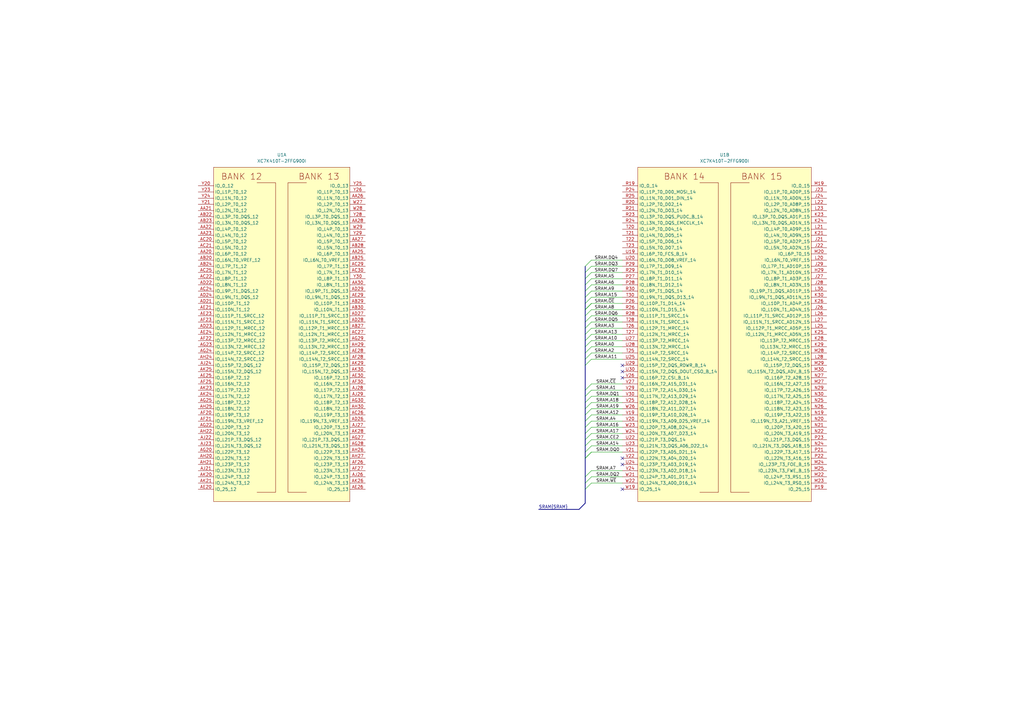
<source format=kicad_sch>
(kicad_sch (version 20211123) (generator eeschema)
  (paper "A3")
  (title_block (title "K410T devboard") (date "2022-12-20") (rev "0.0.99"))
  (no_connect (at 255.27 187.96))
  (no_connect (at 255.27 154.94))
  (no_connect (at 255.27 190.5))
  (no_connect (at 255.27 152.4))
  (no_connect (at 255.27 200.66))
  (no_connect (at 255.27 149.86))
  (bus_entry (at 240.03 129.54) (size 2.54 -2.54))
  (bus_entry (at 240.03 200.66) (size 2.54 -2.54))
  (bus_entry (at 240.03 127) (size 2.54 -2.54))
  (bus_entry (at 240.03 132.08) (size 2.54 -2.54))
  (bus_entry (at 240.03 127) (size 2.54 -2.54))
  (bus_entry (at 240.03 111.76) (size 2.54 -2.54))
  (bus_entry (at 240.03 167.64) (size 2.54 -2.54))
  (bus_entry (at 240.03 137.16) (size 2.54 -2.54))
  (bus_entry (at 240.03 116.84) (size 2.54 -2.54))
  (bus_entry (at 240.03 139.7) (size 2.54 -2.54))
  (bus_entry (at 240.03 170.18) (size 2.54 -2.54))
  (bus_entry (at 240.03 109.22) (size 2.54 -2.54))
  (bus_entry (at 240.03 165.1) (size 2.54 -2.54))
  (bus_entry (at 240.03 119.38) (size 2.54 -2.54))
  (bus_entry (at 240.03 134.62) (size 2.54 -2.54))
  (bus_entry (at 240.03 142.24) (size 2.54 -2.54))
  (bus_entry (at 240.03 121.92) (size 2.54 -2.54))
  (bus_entry (at 240.03 198.12) (size 2.54 -2.54))
  (bus_entry (at 240.03 185.42) (size 2.54 -2.54))
  (bus_entry (at 240.03 147.32) (size 2.54 -2.54))
  (bus_entry (at 240.03 187.96) (size 2.54 -2.54))
  (bus_entry (at 240.03 182.88) (size 2.54 -2.54))
  (bus_entry (at 240.03 144.78) (size 2.54 -2.54))
  (bus_entry (at 240.03 114.3) (size 2.54 -2.54))
  (bus_entry (at 240.03 175.26) (size 2.54 -2.54))
  (bus_entry (at 240.03 160.02) (size 2.54 -2.54))
  (bus_entry (at 240.03 180.34) (size 2.54 -2.54))
  (bus_entry (at 240.03 177.8) (size 2.54 -2.54))
  (bus_entry (at 240.03 195.58) (size 2.54 -2.54))
  (bus_entry (at 240.03 149.86) (size 2.54 -2.54))
  (bus_entry (at 240.03 187.96) (size 2.54 -2.54))
  (bus_entry (at 240.03 172.72) (size 2.54 -2.54))
  (bus_entry (at 240.03 124.46) (size 2.54 -2.54))
  (bus_entry (at 240.03 162.56) (size 2.54 -2.54))
  (wire (pts (xy 242.57 116.84) (xy 255.27 116.84)))
  (wire (pts (xy 242.57 180.34) (xy 255.27 180.34)))
  (bus (pts (xy 240.03 195.58) (xy 240.03 198.12)))
  (bus (pts (xy 240.03 134.62) (xy 240.03 137.16)))
  (wire (pts (xy 242.57 132.08) (xy 255.27 132.08)))
  (bus (pts (xy 240.03 144.78) (xy 240.03 147.32)))
  (wire (pts (xy 242.57 139.7) (xy 255.27 139.7)))
  (wire (pts (xy 242.57 170.18) (xy 255.27 170.18)))
  (wire (pts (xy 242.57 172.72) (xy 255.27 172.72)))
  (bus (pts (xy 240.03 185.42) (xy 240.03 187.96)))
  (bus (pts (xy 240.03 111.76) (xy 240.03 114.3)))
  (bus (pts (xy 240.03 180.34) (xy 240.03 182.88)))
  (bus (pts (xy 240.03 187.96) (xy 240.03 195.58)))
  (bus (pts (xy 240.03 165.1) (xy 240.03 167.64)))
  (wire (pts (xy 242.57 165.1) (xy 255.27 165.1)))
  (bus (pts (xy 240.03 160.02) (xy 240.03 162.56)))
  (wire (pts (xy 242.57 114.3) (xy 255.27 114.3)))
  (bus (pts (xy 240.03 132.08) (xy 240.03 134.62)))
  (wire (pts (xy 242.57 129.54) (xy 255.27 129.54)))
  (bus (pts (xy 240.03 124.46) (xy 240.03 127)))
  (wire (pts (xy 242.57 127) (xy 255.27 127)))
  (wire (pts (xy 242.57 185.42) (xy 255.27 185.42)))
  (bus (pts (xy 240.03 200.66) (xy 240.03 206.375)))
  (wire (pts (xy 242.57 195.58) (xy 255.27 195.58)))
  (wire (pts (xy 242.57 121.92) (xy 255.27 121.92)))
  (wire (pts (xy 242.57 182.88) (xy 255.27 182.88)))
  (bus (pts (xy 240.03 139.7) (xy 240.03 142.24)))
  (bus (pts (xy 240.03 149.86) (xy 240.03 160.02)))
  (bus (pts (xy 240.03 129.54) (xy 240.03 132.08)))
  (bus (pts (xy 240.03 121.92) (xy 240.03 124.46)))
  (bus (pts (xy 240.03 175.26) (xy 240.03 177.8)))
  (bus (pts (xy 240.03 172.72) (xy 240.03 175.26)))
  (wire (pts (xy 242.57 157.48) (xy 255.27 157.48)))
  (bus (pts (xy 240.03 137.16) (xy 240.03 139.7)))
  (wire (pts (xy 242.57 144.78) (xy 255.27 144.78)))
  (bus (pts (xy 220.98 208.915) (xy 237.49 208.915)))
  (wire (pts (xy 242.57 193.04) (xy 255.27 193.04)))
  (bus (pts (xy 240.03 142.24) (xy 240.03 144.78)))
  (bus (pts (xy 240.03 114.3) (xy 240.03 116.84)))
  (bus (pts (xy 240.03 147.32) (xy 240.03 149.86)))
  (wire (pts (xy 242.57 119.38) (xy 255.27 119.38)))
  (wire (pts (xy 242.57 167.64) (xy 255.27 167.64)))
  (wire (pts (xy 242.57 198.12) (xy 255.27 198.12)))
  (wire (pts (xy 242.57 124.46) (xy 255.27 124.46)))
  (bus (pts (xy 240.03 177.8) (xy 240.03 180.34)))
  (bus (pts (xy 240.03 182.88) (xy 240.03 185.42)))
  (bus (pts (xy 240.03 206.375) (xy 237.49 208.915)))
  (wire (pts (xy 242.57 175.26) (xy 255.27 175.26)))
  (bus (pts (xy 240.03 170.18) (xy 240.03 172.72)))
  (bus (pts (xy 240.03 109.22) (xy 240.03 111.76)))
  (bus (pts (xy 240.03 116.84) (xy 240.03 119.38)))
  (wire (pts (xy 242.57 106.68) (xy 255.27 106.68)))
  (bus (pts (xy 240.03 162.56) (xy 240.03 165.1)))
  (bus (pts (xy 240.03 127) (xy 240.03 129.54)))
  (wire (pts (xy 242.57 134.62) (xy 255.27 134.62)))
  (wire (pts (xy 242.57 177.8) (xy 255.27 177.8)))
  (wire (pts (xy 242.57 147.32) (xy 255.27 147.32)))
  (wire (pts (xy 242.57 142.24) (xy 255.27 142.24)))
  (wire (pts (xy 242.57 137.16) (xy 255.27 137.16)))
  (wire (pts (xy 242.57 162.56) (xy 255.27 162.56)))
  (bus (pts (xy 240.03 119.38) (xy 240.03 121.92)))
  (wire (pts (xy 242.57 109.22) (xy 255.27 109.22)))
  (bus (pts (xy 240.03 167.64) (xy 240.03 170.18)))
  (wire (pts (xy 242.57 111.76) (xy 255.27 111.76)))
  (wire (pts (xy 242.57 160.02) (xy 255.27 160.02)))
  (bus (pts (xy 240.03 198.12) (xy 240.03 200.66)))
  (label "SRAM.A11" (at 243.84 147.32 0))
  (label "SRAM.A14" (at 244.475 182.88 0))
  (label "SRAM.A9" (at 243.84 119.38 0))
  (label "SRAM.DQ6" (at 243.84 129.54 0))
  (label "SRAM.A7" (at 244.475 193.04 0))
  (label "SRAM.A4" (at 244.475 172.72 0))
  (label "SRAM.A1" (at 244.475 160.02 0))
  (label "SRAM.A13" (at 243.84 137.16 0))
  (label "SRAM.A2" (at 243.84 144.78 0))
  (label "SRAM.~{OE}" (at 243.84 124.46 0))
  (label "SRAM.~{CE}" (at 244.475 157.48 0))
  (label "SRAM.DQ4" (at 243.84 106.68 0))
  (label "SRAM.DQ1" (at 244.475 162.56 0))
  (label "SRAM.A12" (at 244.475 170.18 0))
  (label "SRAM.A0" (at 243.84 142.24 0))
  (label "SRAM.A16" (at 244.475 175.26 0))
  (label "SRAM.~{WE}" (at 244.475 198.12 0))
  (label "SRAM.A15" (at 243.84 121.92 0))
  (label "SRAM.A18" (at 244.475 165.1 0))
  (label "SRAM.A17" (at 244.475 177.8 0))
  (label "SRAM.DQ3" (at 243.84 109.22 0))
  (label "SRAM.A19" (at 244.475 167.64 0))
  (label "SRAM.DQ2" (at 244.475 195.58 0))
  (label "SRAM.A3" (at 243.84 134.62 0))
  (label "SRAM.A5" (at 243.84 114.3 0))
  (label "SRAM.CE2" (at 244.475 180.34 0))
  (label "SRAM{SRAM}" (at 220.98 208.915 0))
  (label "SRAM.A6" (at 243.84 116.84 0))
  (label "SRAM.DQ7" (at 243.84 111.76 0))
  (label "SRAM.A8" (at 243.84 127 0))
  (label "SRAM.DQ5" (at 243.84 132.08 0))
  (label "SRAM.DQ0" (at 244.475 185.42 0))
  (label "SRAM.A10" (at 243.84 139.7 0))
  (symbol (lib_id "antmicroMicrocontrollers:XC7K410T-2FFG900I") (at 115.57 137.16 0) (unit 1)
    (property "Reference" "U1" (at 115.57 63.5 0))
    (property "Value" "XC7K410T-2FFG900I" (at 115.57 66.04 0))
    (property "Footprint" "antmicro-footprints:xc7k410t-2ffg900I" (effects hide))
    (property "Datasheet" "https://eu.mouser.com/datasheet/2/903/ds180_7Series_Overview-1591537.pdf" (effects hide))
    (property "Manufacturer" "Xilinx" (effects hide))
    (property "MPN" "XC7K410T-2FFG900I" (effects hide))
  )
  (symbol (lib_id "antmicroMicrocontrollers:XC7K410T-2FFG900I") (at 297.18 137.16 0) (unit 2)
    (property "Reference" "U1" (at 297.18 63.5 0))
    (property "Value" "XC7K410T-2FFG900I" (at 297.18 66.04 0))
    (property "Footprint" "antmicro-footprints:xc7k410t-2ffg900I" (effects hide))
    (property "Datasheet" "https://eu.mouser.com/datasheet/2/903/ds180_7Series_Overview-1591537.pdf" (effects hide))
    (property "Manufacturer" "Xilinx" (effects hide))
    (property "MPN" "XC7K410T-2FFG900I" (effects hide))
  )
)
</source>
